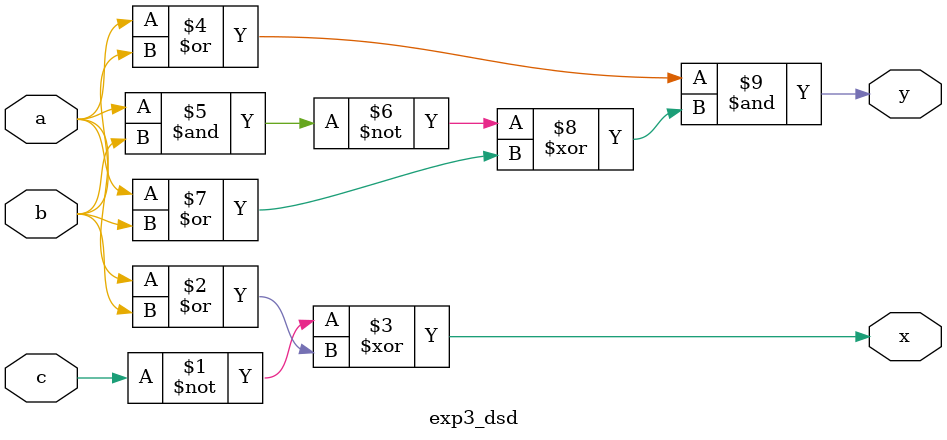
<source format=sv>
`timescale 1ns / 1ps
module exp3_dsd(
       output x,y,
       input a,b,c
       );
assign x = (~c) ^ (a|b);
assign y = (a|b)&(~(a&b)^(a|b));
endmodule

</source>
